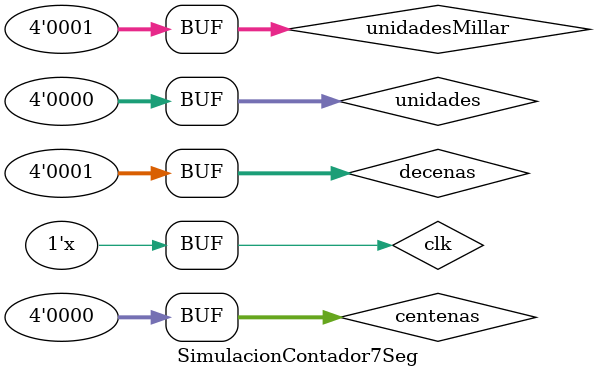
<source format=v>
`timescale 1ns / 1ps


module SimulacionContador7Seg;

	// Inputs
	reg clk;
	reg [3:0] unidades;
	reg [3:0] decenas;
	reg [3:0] centenas;
	reg [3:0] unidadesMillar;

	// Outputs
	wire [6:0] Leds7Seg;
	wire [3:0] Enable7Seg;

	// Instantiate the Unit Under Test (UUT)
	Controlador7Segmentos uut (
		.clk(clk), 
		.unidades(unidades), 
		.decenas(decenas), 
		.centenas(centenas), 
		.unidadesMillar(unidadesMillar), 
		.Leds7Seg(Leds7Seg), 
		.Enable7Seg(Enable7Seg)
	);

	initial begin
		// Initialize Inputs
		clk = 0;
		unidades = 0;
		decenas = 0;
		centenas = 0;
		unidadesMillar = 0;

		// Wait 100 ns for global reset to finish
		#100;
       
		unidades = 2;
		decenas = 0;
		centenas = 0;
		unidadesMillar = 0;
		// Add stimulus here

		#100;
       
		unidades = 2;
		decenas = 1;
		centenas = 0;
		unidadesMillar = 0;
		
		#100;
       
		unidades = 0;
		decenas = 1;
		centenas = 0;
		unidadesMillar = 1;
	end
	
	always begin #20 clk = ~clk; end
      
endmodule


</source>
